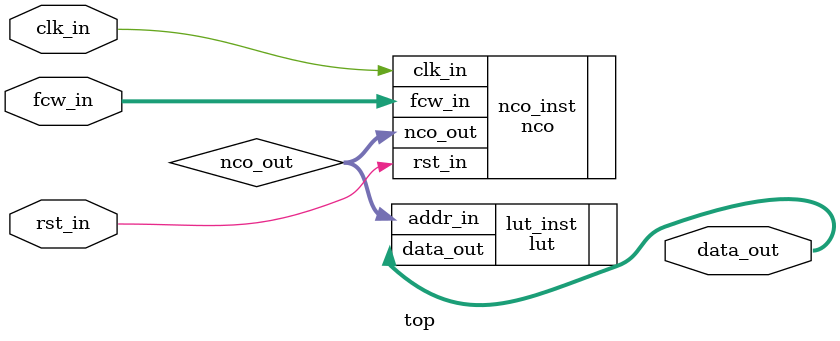
<source format=v>
`include "nco.v"
`include "lut.v"


module top (
    input wire clk_in,
    input wire rst_in,
    input wire [3:0] fcw_in, // Frequency control word input
    output wire [11:0] data_out
);

    wire [9:0] nco_out;

    // Instancia del NCO
    nco #(
        .NCO_BITS(10),
        .NCO_FREQ_BITS(4)
    ) nco_inst (
        .rst_in(rst_in),
        .clk_in(clk_in),
        .fcw_in(fcw_in),
        .nco_out(nco_out)
    );

    // Instancia de la LUT
    lut #(
        .ADDR_BITS(10)
    ) lut_inst (
        .addr_in(nco_out),
        .data_out(data_out)
    );

endmodule
</source>
